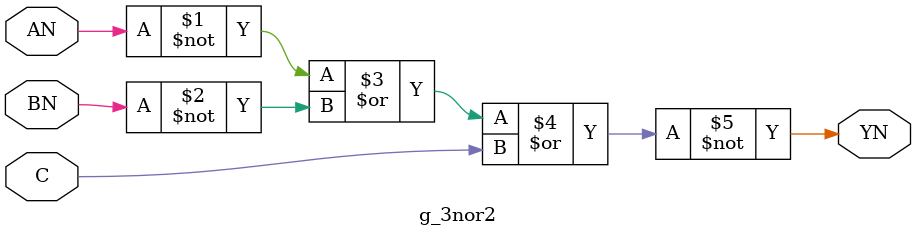
<source format=v>
module g_3nor2 (YN, AN, BN, C);

   input AN, BN, C;
   output YN;

   nor (YN, ~AN, ~BN, C);

endmodule // g_3nor2

</source>
